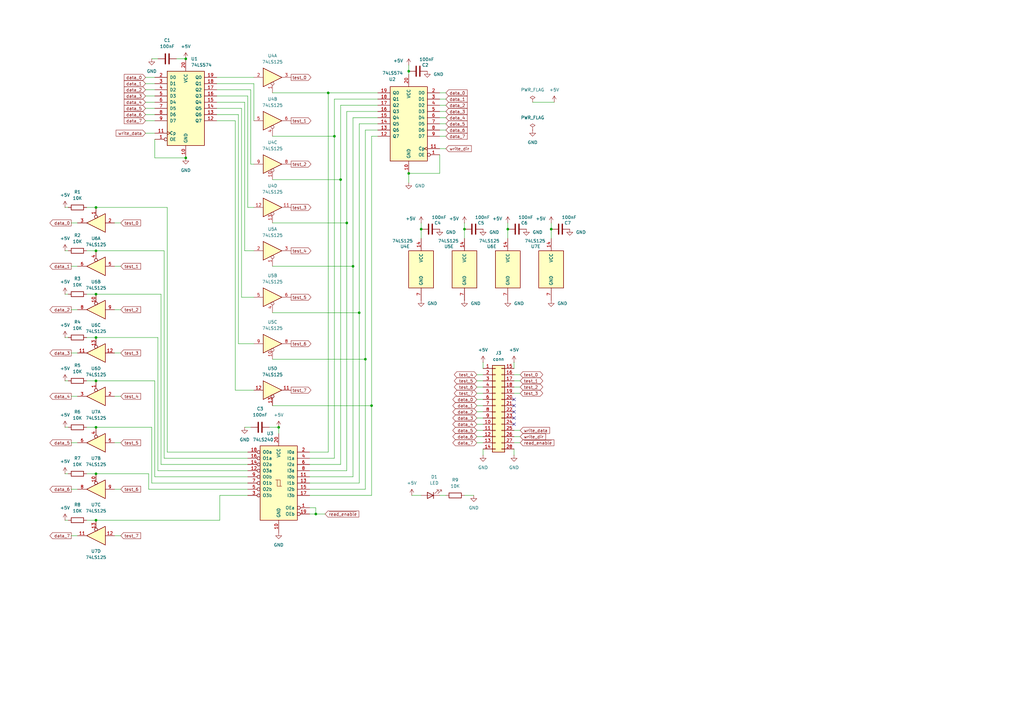
<source format=kicad_sch>
(kicad_sch (version 20250114) (generator "eeschema") (generator_version "9.0")
  (paper "A3")
  (lib_symbols
    (symbol "+5V_3" (power) (pin_numbers (hide yes)) (pin_names (offset 0) (hide yes))
      (property "Value" "+5V" (at 0 3.556 0))
      (symbol "+5V_3_1_1"
        (pin power_in line (at 0 0 90) (length 0) (name "~") (number "1"))
      )
    )
    (symbol "74xx:74LS125" (pin_names (offset 1.016))
      (property "Reference" "U" (at 0 1.27 0))
      (property "Value" "74LS125" (at 0 -1.27 0))
      (symbol "74LS125_1_0"
        (pin input line (at -7.62 0 0) (length 3.81) (name "~") (number "2"))
        (pin input inverted (at 0 -6.35 90) (length 4.445) (name "~") (number "1"))
        (pin tri_state line (at 7.62 0 180) (length 3.81) (name "~") (number "3"))
      )
      (symbol "74LS125_2_0"
        (pin input line (at -7.62 0 0) (length 3.81) (name "~") (number "5"))
        (pin input inverted (at 0 -6.35 90) (length 4.445) (name "~") (number "4"))
        (pin tri_state line (at 7.62 0 180) (length 3.81) (name "~") (number "6"))
      )
      (symbol "74LS125_3_0"
        (pin input line (at -7.62 0 0) (length 3.81) (name "~") (number "9"))
        (pin input inverted (at 0 -6.35 90) (length 4.445) (name "~") (number "10"))
        (pin tri_state line (at 7.62 0 180) (length 3.81) (name "~") (number "8"))
      )
      (symbol "74LS125_4_0"
        (pin input line (at -7.62 0 0) (length 3.81) (name "~") (number "12"))
        (pin input inverted (at 0 -6.35 90) (length 4.445) (name "~") (number "13"))
        (pin tri_state line (at 7.62 0 180) (length 3.81) (name "~") (number "11"))
      )
      (symbol "74LS125_5_0"
        (pin power_in line (at 0 12.7 270) (length 5.08) (name "VCC") (number "14"))
        (pin power_in line (at 0 -12.7 90) (length 5.08) (name "GND") (number "7"))
      )
    )
    (symbol "74xx:74LS240" (pin_names (offset 1.016))
      (property "Reference" "U" (at -7.62 16.51 0))
      (property "Value" "74LS240" (at -7.62 -16.51 0))
      (symbol "74LS240_1_0"
        (pin input line (at -12.7 12.7 0) (length 5.08) (name "I0a") (number "2"))
        (pin input line (at -12.7 10.16 0) (length 5.08) (name "I1a") (number "4"))
        (pin input line (at -12.7 7.62 0) (length 5.08) (name "I2a") (number "6"))
        (pin input line (at -12.7 5.08 0) (length 5.08) (name "I3a") (number "8"))
        (pin input line (at -12.7 2.54 0) (length 5.08) (name "I0b") (number "11"))
        (pin input line (at -12.7 0 0) (length 5.08) (name "I1b") (number "13"))
        (pin input line (at -12.7 -2.54 0) (length 5.08) (name "I2b") (number "15"))
        (pin input line (at -12.7 -5.08 0) (length 5.08) (name "I3b") (number "17"))
        (pin input inverted (at -12.7 -10.16 0) (length 5.08) (name "OEa") (number "1"))
        (pin input inverted (at -12.7 -12.7 0) (length 5.08) (name "OEb") (number "19"))
        (pin power_in line (at 0 20.32 270) (length 5.08) (name "VCC") (number "20"))
        (pin power_in line (at 0 -20.32 90) (length 5.08) (name "GND") (number "10"))
        (pin tri_state inverted (at 12.7 12.7 180) (length 5.08) (name "O0a") (number "18"))
        (pin tri_state inverted (at 12.7 10.16 180) (length 5.08) (name "O1a") (number "16"))
        (pin tri_state inverted (at 12.7 7.62 180) (length 5.08) (name "O2a") (number "14"))
        (pin tri_state inverted (at 12.7 5.08 180) (length 5.08) (name "O3a") (number "12"))
        (pin tri_state inverted (at 12.7 2.54 180) (length 5.08) (name "O0b") (number "9"))
        (pin tri_state inverted (at 12.7 0 180) (length 5.08) (name "O1b") (number "7"))
        (pin tri_state inverted (at 12.7 -2.54 180) (length 5.08) (name "O2b") (number "5"))
        (pin tri_state inverted (at 12.7 -5.08 180) (length 5.08) (name "O3b") (number "3"))
      )
    )
    (symbol "74xx:74LS574" (pin_names (offset 1.016))
      (property "Reference" "U" (at -7.62 16.51 0))
      (property "Value" "74LS574" (at -7.62 -16.51 0))
      (symbol "74LS574_1_0"
        (pin input line (at -12.7 12.7 0) (length 5.08) (name "D0") (number "2"))
        (pin input line (at -12.7 10.16 0) (length 5.08) (name "D1") (number "3"))
        (pin input line (at -12.7 7.62 0) (length 5.08) (name "D2") (number "4"))
        (pin input line (at -12.7 5.08 0) (length 5.08) (name "D3") (number "5"))
        (pin input line (at -12.7 2.54 0) (length 5.08) (name "D4") (number "6"))
        (pin input line (at -12.7 0 0) (length 5.08) (name "D5") (number "7"))
        (pin input line (at -12.7 -2.54 0) (length 5.08) (name "D6") (number "8"))
        (pin input line (at -12.7 -5.08 0) (length 5.08) (name "D7") (number "9"))
        (pin input clock (at -12.7 -10.16 0) (length 5.08) (name "Cp") (number "11"))
        (pin input inverted (at -12.7 -12.7 0) (length 5.08) (name "OE") (number "1"))
        (pin power_in line (at 0 20.32 270) (length 5.08) (name "VCC") (number "20"))
        (pin power_in line (at 0 -20.32 90) (length 5.08) (name "GND") (number "10"))
        (pin tri_state line (at 12.7 12.7 180) (length 5.08) (name "Q0") (number "19"))
        (pin tri_state line (at 12.7 10.16 180) (length 5.08) (name "Q1") (number "18"))
        (pin tri_state line (at 12.7 7.62 180) (length 5.08) (name "Q2") (number "17"))
        (pin tri_state line (at 12.7 5.08 180) (length 5.08) (name "Q3") (number "16"))
        (pin tri_state line (at 12.7 2.54 180) (length 5.08) (name "Q4") (number "15"))
        (pin tri_state line (at 12.7 0 180) (length 5.08) (name "Q5") (number "14"))
        (pin tri_state line (at 12.7 -2.54 180) (length 5.08) (name "Q6") (number "13"))
        (pin tri_state line (at 12.7 -5.08 180) (length 5.08) (name "Q7") (number "12"))
      )
    )
    (symbol "Connector_Generic:Conn_02x14_Top_Bottom" (pin_names (offset 1.016) (hide yes))
      (property "Reference" "J" (at 1.27 17.78 0))
      (property "Value" "Conn_02x14_Top_Bottom" (at 1.27 -20.32 0))
      (symbol "Conn_02x14_Top_Bottom_1_1"
        (pin passive line (at -5.08 15.24 0) (length 3.81) (name "Pin_1") (number "1"))
        (pin passive line (at -5.08 12.7 0) (length 3.81) (name "Pin_2") (number "2"))
        (pin passive line (at -5.08 10.16 0) (length 3.81) (name "Pin_3") (number "3"))
        (pin passive line (at -5.08 7.62 0) (length 3.81) (name "Pin_4") (number "4"))
        (pin passive line (at -5.08 5.08 0) (length 3.81) (name "Pin_5") (number "5"))
        (pin passive line (at -5.08 2.54 0) (length 3.81) (name "Pin_6") (number "6"))
        (pin passive line (at -5.08 0 0) (length 3.81) (name "Pin_7") (number "7"))
        (pin passive line (at -5.08 -2.54 0) (length 3.81) (name "Pin_8") (number "8"))
        (pin passive line (at -5.08 -5.08 0) (length 3.81) (name "Pin_9") (number "9"))
        (pin passive line (at -5.08 -7.62 0) (length 3.81) (name "Pin_10") (number "10"))
        (pin passive line (at -5.08 -10.16 0) (length 3.81) (name "Pin_11") (number "11"))
        (pin passive line (at -5.08 -12.7 0) (length 3.81) (name "Pin_12") (number "12"))
        (pin passive line (at -5.08 -15.24 0) (length 3.81) (name "Pin_13") (number "13"))
        (pin passive line (at -5.08 -17.78 0) (length 3.81) (name "Pin_14") (number "14"))
        (pin passive line (at 7.62 15.24 180) (length 3.81) (name "Pin_15") (number "15"))
        (pin passive line (at 7.62 12.7 180) (length 3.81) (name "Pin_16") (number "16"))
        (pin passive line (at 7.62 10.16 180) (length 3.81) (name "Pin_17") (number "17"))
        (pin passive line (at 7.62 7.62 180) (length 3.81) (name "Pin_18") (number "18"))
        (pin passive line (at 7.62 5.08 180) (length 3.81) (name "Pin_19") (number "19"))
        (pin passive line (at 7.62 2.54 180) (length 3.81) (name "Pin_20") (number "20"))
        (pin passive line (at 7.62 0 180) (length 3.81) (name "Pin_21") (number "21"))
        (pin passive line (at 7.62 -2.54 180) (length 3.81) (name "Pin_22") (number "22"))
        (pin passive line (at 7.62 -5.08 180) (length 3.81) (name "Pin_23") (number "23"))
        (pin passive line (at 7.62 -7.62 180) (length 3.81) (name "Pin_24") (number "24"))
        (pin passive line (at 7.62 -10.16 180) (length 3.81) (name "Pin_25") (number "25"))
        (pin passive line (at 7.62 -12.7 180) (length 3.81) (name "Pin_26") (number "26"))
        (pin passive line (at 7.62 -15.24 180) (length 3.81) (name "Pin_27") (number "27"))
        (pin passive line (at 7.62 -17.78 180) (length 3.81) (name "Pin_28") (number "28"))
      )
    )
    (symbol "Device:C" (pin_numbers (hide yes)) (pin_names (offset 0.254))
      (property "Reference" "C" (at 0.635 2.54 0))
      (property "Value" "C" (at 0.635 -2.54 0))
      (symbol "C_1_1"
        (pin passive line (at 0 3.81 270) (length 2.794) (name "~") (number "1"))
        (pin passive line (at 0 -3.81 90) (length 2.794) (name "~") (number "2"))
      )
    )
    (symbol "Device:LED" (pin_numbers (hide yes)) (pin_names (offset 1.016) (hide yes))
      (property "Reference" "D" (at 0 2.54 0))
      (property "Value" "LED" (at 0 -2.54 0))
      (symbol "LED_1_1"
        (pin passive line (at -3.81 0 0) (length 2.54) (name "K") (number "1"))
        (pin passive line (at 3.81 0 180) (length 2.54) (name "A") (number "2"))
      )
    )
    (symbol "Device:R" (pin_numbers (hide yes)) (pin_names (offset 0))
      (property "Reference" "R" (at 2.032 0 90))
      (property "Value" "R" (at 0 0 90))
      (symbol "R_1_1"
        (pin passive line (at 0 3.81 270) (length 1.27) (name "~") (number "1"))
        (pin passive line (at 0 -3.81 90) (length 1.27) (name "~") (number "2"))
      )
    )
    (symbol "GND_1" (power) (pin_numbers (hide yes)) (pin_names (offset 0) (hide yes))
      (property "Value" "GND" (at 0 -3.81 0))
      (symbol "GND_1_1_1"
        (pin power_in line (at 0 0 270) (length 0) (name "~") (number "1"))
      )
    )
    (symbol "GND_2" (power) (pin_numbers (hide yes)) (pin_names (offset 0) (hide yes))
      (property "Value" "GND" (at 0 -3.81 0))
      (symbol "GND_2_1_1"
        (pin power_in line (at 0 0 270) (length 0) (name "~") (number "1"))
      )
    )
    (symbol "power:PWR_FLAG" (power) (pin_numbers (hide yes)) (pin_names (offset 0) (hide yes))
      (property "Value" "PWR_FLAG" (at 0 3.81 0))
      (symbol "PWR_FLAG_0_0"
        (pin power_out line (at 0 0 90) (length 0) (name "~") (number "1"))
      )
    )
  )
  (junction (at 167.64 71.12))
  (junction (at 114.3 175.26))
  (junction (at 39.37 138.43))
  (junction (at 139.7 73.66))
  (junction (at 39.37 85.09))
  (junction (at 76.2 24.13))
  (junction (at 144.78 109.22))
  (junction (at 172.72 93.98))
  (junction (at 134.62 38.1))
  (junction (at 226.06 93.98))
  (junction (at 39.37 194.31))
  (junction (at 39.37 156.21))
  (junction (at 39.37 102.87))
  (junction (at 152.4 166.37))
  (junction (at 142.24 91.44))
  (junction (at 39.37 213.36))
  (junction (at 208.28 93.98))
  (junction (at 149.86 147.32))
  (junction (at 190.5 93.98))
  (junction (at 147.32 128.27))
  (junction (at 39.37 175.26))
  (junction (at 129.54 210.82))
  (junction (at 137.16 55.88))
  (junction (at 39.37 120.65))
  (junction (at 76.2 64.77))
  (junction (at 167.64 29.21))
  (no_connect (at 210.82 163.83))
  (no_connect (at 210.82 168.91))
  (no_connect (at 210.82 173.99))
  (no_connect (at 210.82 171.45))
  (no_connect (at 210.82 166.37))
  (wire (pts (xy 59.69 49.53) (xy 63.5 49.53)))
  (wire (pts (xy 210.82 186.69) (xy 210.82 184.15)))
  (wire (pts (xy 101.6 85.09) (xy 101.6 39.37)))
  (wire (pts (xy 127 195.58) (xy 144.78 195.58)))
  (wire (pts (xy 147.32 128.27) (xy 147.32 198.12)))
  (wire (pts (xy 195.58 161.29) (xy 198.12 161.29)))
  (wire (pts (xy 88.9 31.75) (xy 104.14 31.75)))
  (wire (pts (xy 142.24 91.44) (xy 142.24 193.04)))
  (wire (pts (xy 104.14 121.92) (xy 99.06 121.92)))
  (wire (pts (xy 49.53 144.78) (xy 46.99 144.78)))
  (wire (pts (xy 49.53 109.22) (xy 46.99 109.22)))
  (wire (pts (xy 210.82 148.59) (xy 210.82 151.13)))
  (wire (pts (xy 39.37 156.21) (xy 63.5 156.21)))
  (wire (pts (xy 144.78 109.22) (xy 111.76 109.22)))
  (wire (pts (xy 59.69 41.91) (xy 63.5 41.91)))
  (wire (pts (xy 63.5 64.77) (xy 76.2 64.77)))
  (wire (pts (xy 213.36 158.75) (xy 210.82 158.75)))
  (wire (pts (xy 152.4 55.88) (xy 152.4 166.37)))
  (wire (pts (xy 149.86 53.34) (xy 149.86 147.32)))
  (wire (pts (xy 26.67 120.65) (xy 27.94 120.65)))
  (wire (pts (xy 29.21 219.71) (xy 31.75 219.71)))
  (wire (pts (xy 35.56 213.36) (xy 39.37 213.36)))
  (wire (pts (xy 111.76 73.66) (xy 139.7 73.66)))
  (wire (pts (xy 154.94 48.26) (xy 144.78 48.26)))
  (wire (pts (xy 60.96 200.66) (xy 60.96 194.31)))
  (wire (pts (xy 101.6 185.42) (xy 68.58 185.42)))
  (wire (pts (xy 195.58 181.61) (xy 198.12 181.61)))
  (wire (pts (xy 59.69 44.45) (xy 63.5 44.45)))
  (wire (pts (xy 213.36 161.29) (xy 210.82 161.29)))
  (wire (pts (xy 90.17 203.2) (xy 101.6 203.2)))
  (wire (pts (xy 35.56 138.43) (xy 39.37 138.43)))
  (wire (pts (xy 195.58 171.45) (xy 198.12 171.45)))
  (wire (pts (xy 97.79 46.99) (xy 88.9 46.99)))
  (wire (pts (xy 180.34 71.12) (xy 167.64 71.12)))
  (wire (pts (xy 139.7 73.66) (xy 139.7 190.5)))
  (wire (pts (xy 35.56 85.09) (xy 39.37 85.09)))
  (wire (pts (xy 182.88 43.18) (xy 180.34 43.18)))
  (wire (pts (xy 180.34 203.2) (xy 182.88 203.2)))
  (wire (pts (xy 111.76 147.32) (xy 149.86 147.32)))
  (wire (pts (xy 195.58 158.75) (xy 198.12 158.75)))
  (wire (pts (xy 182.88 50.8) (xy 180.34 50.8)))
  (wire (pts (xy 63.5 57.15) (xy 63.5 64.77)))
  (wire (pts (xy 114.3 175.26) (xy 114.3 177.8)))
  (wire (pts (xy 182.88 53.34) (xy 180.34 53.34)))
  (wire (pts (xy 90.17 213.36) (xy 90.17 203.2)))
  (wire (pts (xy 59.69 39.37) (xy 63.5 39.37)))
  (wire (pts (xy 213.36 176.53) (xy 210.82 176.53)))
  (wire (pts (xy 101.6 187.96) (xy 67.31 187.96)))
  (wire (pts (xy 142.24 45.72) (xy 142.24 91.44)))
  (wire (pts (xy 29.21 109.22) (xy 31.75 109.22)))
  (wire (pts (xy 127 190.5) (xy 139.7 190.5)))
  (wire (pts (xy 147.32 50.8) (xy 147.32 128.27)))
  (wire (pts (xy 104.14 140.97) (xy 97.79 140.97)))
  (wire (pts (xy 29.21 144.78) (xy 31.75 144.78)))
  (wire (pts (xy 127 198.12) (xy 147.32 198.12)))
  (wire (pts (xy 99.06 44.45) (xy 88.9 44.45)))
  (wire (pts (xy 127 210.82) (xy 129.54 210.82)))
  (wire (pts (xy 39.37 102.87) (xy 67.31 102.87)))
  (wire (pts (xy 96.52 160.02) (xy 96.52 49.53)))
  (wire (pts (xy 208.28 91.44) (xy 208.28 93.98)))
  (wire (pts (xy 134.62 38.1) (xy 154.94 38.1)))
  (wire (pts (xy 172.72 93.98) (xy 172.72 97.79)))
  (wire (pts (xy 49.53 181.61) (xy 46.99 181.61)))
  (wire (pts (xy 62.23 175.26) (xy 62.23 198.12)))
  (wire (pts (xy 129.54 208.28) (xy 129.54 210.82)))
  (wire (pts (xy 182.88 38.1) (xy 180.34 38.1)))
  (wire (pts (xy 72.39 24.13) (xy 76.2 24.13)))
  (wire (pts (xy 26.67 138.43) (xy 27.94 138.43)))
  (wire (pts (xy 110.49 175.26) (xy 114.3 175.26)))
  (wire (pts (xy 190.5 203.2) (xy 194.31 203.2)))
  (wire (pts (xy 152.4 166.37) (xy 152.4 203.2)))
  (wire (pts (xy 208.28 93.98) (xy 208.28 97.79)))
  (wire (pts (xy 213.36 179.07) (xy 210.82 179.07)))
  (wire (pts (xy 26.67 194.31) (xy 27.94 194.31)))
  (wire (pts (xy 198.12 184.15) (xy 198.12 186.69)))
  (wire (pts (xy 104.14 102.87) (xy 100.33 102.87)))
  (wire (pts (xy 154.94 45.72) (xy 142.24 45.72)))
  (wire (pts (xy 152.4 166.37) (xy 111.76 166.37)))
  (wire (pts (xy 62.23 24.13) (xy 64.77 24.13)))
  (wire (pts (xy 35.56 194.31) (xy 39.37 194.31)))
  (wire (pts (xy 195.58 176.53) (xy 198.12 176.53)))
  (wire (pts (xy 101.6 190.5) (xy 66.04 190.5)))
  (wire (pts (xy 104.14 49.53) (xy 104.14 34.29)))
  (wire (pts (xy 213.36 156.21) (xy 210.82 156.21)))
  (wire (pts (xy 218.44 41.91) (xy 227.33 41.91)))
  (wire (pts (xy 182.88 45.72) (xy 180.34 45.72)))
  (wire (pts (xy 195.58 166.37) (xy 198.12 166.37)))
  (wire (pts (xy 62.23 198.12) (xy 101.6 198.12)))
  (wire (pts (xy 100.33 175.26) (xy 102.87 175.26)))
  (wire (pts (xy 100.33 41.91) (xy 88.9 41.91)))
  (wire (pts (xy 35.56 175.26) (xy 39.37 175.26)))
  (wire (pts (xy 35.56 120.65) (xy 39.37 120.65)))
  (wire (pts (xy 29.21 127) (xy 31.75 127)))
  (wire (pts (xy 182.88 40.64) (xy 180.34 40.64)))
  (wire (pts (xy 67.31 187.96) (xy 67.31 102.87)))
  (wire (pts (xy 172.72 91.44) (xy 172.72 93.98)))
  (wire (pts (xy 195.58 153.67) (xy 198.12 153.67)))
  (wire (pts (xy 96.52 49.53) (xy 88.9 49.53)))
  (wire (pts (xy 101.6 195.58) (xy 63.5 195.58)))
  (wire (pts (xy 111.76 128.27) (xy 147.32 128.27)))
  (wire (pts (xy 144.78 109.22) (xy 144.78 195.58)))
  (wire (pts (xy 182.88 60.96) (xy 180.34 60.96)))
  (wire (pts (xy 127 208.28) (xy 129.54 208.28)))
  (wire (pts (xy 102.87 67.31) (xy 102.87 36.83)))
  (wire (pts (xy 226.06 91.44) (xy 226.06 93.98)))
  (wire (pts (xy 101.6 193.04) (xy 64.77 193.04)))
  (wire (pts (xy 39.37 85.09) (xy 68.58 85.09)))
  (wire (pts (xy 195.58 179.07) (xy 198.12 179.07)))
  (wire (pts (xy 168.91 203.2) (xy 172.72 203.2)))
  (wire (pts (xy 26.67 102.87) (xy 27.94 102.87)))
  (wire (pts (xy 49.53 219.71) (xy 46.99 219.71)))
  (wire (pts (xy 154.94 50.8) (xy 147.32 50.8)))
  (wire (pts (xy 49.53 127) (xy 46.99 127)))
  (wire (pts (xy 59.69 34.29) (xy 63.5 34.29)))
  (wire (pts (xy 195.58 163.83) (xy 198.12 163.83)))
  (wire (pts (xy 180.34 63.5) (xy 180.34 71.12)))
  (wire (pts (xy 26.67 85.09) (xy 27.94 85.09)))
  (wire (pts (xy 60.96 194.31) (xy 39.37 194.31)))
  (wire (pts (xy 26.67 175.26) (xy 27.94 175.26)))
  (wire (pts (xy 97.79 140.97) (xy 97.79 46.99)))
  (wire (pts (xy 111.76 91.44) (xy 142.24 91.44)))
  (wire (pts (xy 190.5 93.98) (xy 190.5 97.79)))
  (wire (pts (xy 66.04 190.5) (xy 66.04 120.65)))
  (wire (pts (xy 226.06 93.98) (xy 226.06 97.79)))
  (wire (pts (xy 49.53 91.44) (xy 46.99 91.44)))
  (wire (pts (xy 195.58 173.99) (xy 198.12 173.99)))
  (wire (pts (xy 101.6 200.66) (xy 60.96 200.66)))
  (wire (pts (xy 88.9 34.29) (xy 104.14 34.29)))
  (wire (pts (xy 29.21 91.44) (xy 31.75 91.44)))
  (wire (pts (xy 127 187.96) (xy 137.16 187.96)))
  (wire (pts (xy 39.37 213.36) (xy 90.17 213.36)))
  (wire (pts (xy 39.37 120.65) (xy 66.04 120.65)))
  (wire (pts (xy 149.86 147.32) (xy 149.86 200.66)))
  (wire (pts (xy 182.88 48.26) (xy 180.34 48.26)))
  (wire (pts (xy 137.16 55.88) (xy 137.16 187.96)))
  (wire (pts (xy 104.14 67.31) (xy 102.87 67.31)))
  (wire (pts (xy 59.69 54.61) (xy 63.5 54.61)))
  (wire (pts (xy 59.69 36.83) (xy 63.5 36.83)))
  (wire (pts (xy 26.67 213.36) (xy 27.94 213.36)))
  (wire (pts (xy 154.94 43.18) (xy 139.7 43.18)))
  (wire (pts (xy 35.56 156.21) (xy 39.37 156.21)))
  (wire (pts (xy 104.14 85.09) (xy 101.6 85.09)))
  (wire (pts (xy 167.64 29.21) (xy 167.64 30.48)))
  (wire (pts (xy 39.37 175.26) (xy 62.23 175.26)))
  (wire (pts (xy 127 193.04) (xy 142.24 193.04)))
  (wire (pts (xy 198.12 148.59) (xy 198.12 151.13)))
  (wire (pts (xy 127 200.66) (xy 149.86 200.66)))
  (wire (pts (xy 39.37 138.43) (xy 64.77 138.43)))
  (wire (pts (xy 59.69 46.99) (xy 63.5 46.99)))
  (wire (pts (xy 213.36 181.61) (xy 210.82 181.61)))
  (wire (pts (xy 26.67 156.21) (xy 27.94 156.21)))
  (wire (pts (xy 49.53 162.56) (xy 46.99 162.56)))
  (wire (pts (xy 195.58 156.21) (xy 198.12 156.21)))
  (wire (pts (xy 99.06 121.92) (xy 99.06 44.45)))
  (wire (pts (xy 134.62 38.1) (xy 134.62 185.42)))
  (wire (pts (xy 167.64 26.67) (xy 167.64 29.21)))
  (wire (pts (xy 64.77 193.04) (xy 64.77 138.43)))
  (wire (pts (xy 101.6 39.37) (xy 88.9 39.37)))
  (wire (pts (xy 104.14 160.02) (xy 96.52 160.02)))
  (wire (pts (xy 154.94 55.88) (xy 152.4 55.88)))
  (wire (pts (xy 195.58 168.91) (xy 198.12 168.91)))
  (wire (pts (xy 127 185.42) (xy 134.62 185.42)))
  (wire (pts (xy 133.35 210.82) (xy 129.54 210.82)))
  (wire (pts (xy 134.62 38.1) (xy 111.76 38.1)))
  (wire (pts (xy 35.56 102.87) (xy 39.37 102.87)))
  (wire (pts (xy 127 203.2) (xy 152.4 203.2)))
  (wire (pts (xy 154.94 53.34) (xy 149.86 53.34)))
  (wire (pts (xy 190.5 91.44) (xy 190.5 93.98)))
  (wire (pts (xy 100.33 102.87) (xy 100.33 41.91)))
  (wire (pts (xy 49.53 200.66) (xy 46.99 200.66)))
  (wire (pts (xy 167.64 74.93) (xy 167.64 71.12)))
  (wire (pts (xy 111.76 55.88) (xy 137.16 55.88)))
  (wire (pts (xy 154.94 40.64) (xy 137.16 40.64)))
  (wire (pts (xy 137.16 40.64) (xy 137.16 55.88)))
  (wire (pts (xy 213.36 153.67) (xy 210.82 153.67)))
  (wire (pts (xy 139.7 43.18) (xy 139.7 73.66)))
  (wire (pts (xy 182.88 55.88) (xy 180.34 55.88)))
  (wire (pts (xy 29.21 200.66) (xy 31.75 200.66)))
  (wire (pts (xy 144.78 48.26) (xy 144.78 109.22)))
  (wire (pts (xy 29.21 181.61) (xy 31.75 181.61)))
  (wire (pts (xy 88.9 36.83) (xy 102.87 36.83)))
  (wire (pts (xy 63.5 195.58) (xy 63.5 156.21)))
  (wire (pts (xy 68.58 85.09) (xy 68.58 185.42)))
  (wire (pts (xy 29.21 162.56) (xy 31.75 162.56)))
  (wire (pts (xy 59.69 31.75) (xy 63.5 31.75)))
  (global_label "test_0" (shape output) (at 119.38 31.75 0) (property "Intersheetrefs" "${INTERSHEET_REFS}" (effects (hide yes))))
  (global_label "data_3" (shape bidirectional) (at 195.58 171.45 180) (property "Intersheetrefs" "${INTERSHEET_REFS}" (effects (hide yes))))
  (global_label "data_5" (shape output) (at 29.21 181.61 180) (property "Intersheetrefs" "${INTERSHEET_REFS}" (effects (hide yes))))
  (global_label "test_4" (shape bidirectional) (at 195.58 153.67 180) (property "Intersheetrefs" "${INTERSHEET_REFS}" (effects (hide yes))))
  (global_label "test_2" (shape input) (at 49.53 127 0) (property "Intersheetrefs" "${INTERSHEET_REFS}" (effects (hide yes))))
  (global_label "test_0" (shape input) (at 49.53 91.44 0) (property "Intersheetrefs" "${INTERSHEET_REFS}" (effects (hide yes))))
  (global_label "data_2" (shape input) (at 59.69 36.83 180) (property "Intersheetrefs" "${INTERSHEET_REFS}" (effects (hide yes))))
  (global_label "data_0" (shape bidirectional) (at 195.58 163.83 180) (property "Intersheetrefs" "${INTERSHEET_REFS}" (effects (hide yes))))
  (global_label "data_5" (shape input) (at 182.88 50.8 0) (property "Intersheetrefs" "${INTERSHEET_REFS}" (effects (hide yes))))
  (global_label "data_7" (shape bidirectional) (at 195.58 181.61 180) (property "Intersheetrefs" "${INTERSHEET_REFS}" (effects (hide yes))))
  (global_label "write_dir" (shape input) (at 213.36 179.07 0) (property "Intersheetrefs" "${INTERSHEET_REFS}" (effects (hide yes))))
  (global_label "test_6" (shape bidirectional) (at 195.58 158.75 180) (property "Intersheetrefs" "${INTERSHEET_REFS}" (effects (hide yes))))
  (global_label "test_0" (shape bidirectional) (at 213.36 153.67 0) (property "Intersheetrefs" "${INTERSHEET_REFS}" (effects (hide yes))))
  (global_label "data_4" (shape output) (at 29.21 162.56 180) (property "Intersheetrefs" "${INTERSHEET_REFS}" (effects (hide yes))))
  (global_label "test_7" (shape input) (at 49.53 219.71 0) (property "Intersheetrefs" "${INTERSHEET_REFS}" (effects (hide yes))))
  (global_label "test_7" (shape bidirectional) (at 195.58 161.29 180) (property "Intersheetrefs" "${INTERSHEET_REFS}" (effects (hide yes))))
  (global_label "data_0" (shape output) (at 29.21 91.44 180) (property "Intersheetrefs" "${INTERSHEET_REFS}" (effects (hide yes))))
  (global_label "~{read_enable}" (shape input) (at 213.36 181.61 0) (property "Intersheetrefs" "${INTERSHEET_REFS}" (effects (hide yes))))
  (global_label "data_6" (shape input) (at 59.69 46.99 180) (property "Intersheetrefs" "${INTERSHEET_REFS}" (effects (hide yes))))
  (global_label "data_6" (shape bidirectional) (at 195.58 179.07 180) (property "Intersheetrefs" "${INTERSHEET_REFS}" (effects (hide yes))))
  (global_label "test_5" (shape bidirectional) (at 195.58 156.21 180) (property "Intersheetrefs" "${INTERSHEET_REFS}" (effects (hide yes))))
  (global_label "data_2" (shape output) (at 29.21 127 180) (property "Intersheetrefs" "${INTERSHEET_REFS}" (effects (hide yes))))
  (global_label "data_6" (shape input) (at 182.88 53.34 0) (property "Intersheetrefs" "${INTERSHEET_REFS}" (effects (hide yes))))
  (global_label "data_4" (shape input) (at 182.88 48.26 0) (property "Intersheetrefs" "${INTERSHEET_REFS}" (effects (hide yes))))
  (global_label "data_5" (shape bidirectional) (at 195.58 176.53 180) (property "Intersheetrefs" "${INTERSHEET_REFS}" (effects (hide yes))))
  (global_label "data_7" (shape input) (at 59.69 49.53 180) (property "Intersheetrefs" "${INTERSHEET_REFS}" (effects (hide yes))))
  (global_label "data_5" (shape input) (at 59.69 44.45 180) (property "Intersheetrefs" "${INTERSHEET_REFS}" (effects (hide yes))))
  (global_label "data_7" (shape input) (at 182.88 55.88 0) (property "Intersheetrefs" "${INTERSHEET_REFS}" (effects (hide yes))))
  (global_label "data_1" (shape input) (at 182.88 40.64 0) (property "Intersheetrefs" "${INTERSHEET_REFS}" (effects (hide yes))))
  (global_label "test_7" (shape output) (at 119.38 160.02 0) (property "Intersheetrefs" "${INTERSHEET_REFS}" (effects (hide yes))))
  (global_label "test_1" (shape output) (at 119.38 49.53 0) (property "Intersheetrefs" "${INTERSHEET_REFS}" (effects (hide yes))))
  (global_label "test_6" (shape input) (at 49.53 200.66 0) (property "Intersheetrefs" "${INTERSHEET_REFS}" (effects (hide yes))))
  (global_label "test_1" (shape input) (at 49.53 109.22 0) (property "Intersheetrefs" "${INTERSHEET_REFS}" (effects (hide yes))))
  (global_label "test_5" (shape input) (at 49.53 181.61 0) (property "Intersheetrefs" "${INTERSHEET_REFS}" (effects (hide yes))))
  (global_label "test_3" (shape input) (at 49.53 144.78 0) (property "Intersheetrefs" "${INTERSHEET_REFS}" (effects (hide yes))))
  (global_label "test_6" (shape output) (at 119.38 140.97 0) (property "Intersheetrefs" "${INTERSHEET_REFS}" (effects (hide yes))))
  (global_label "data_0" (shape input) (at 59.69 31.75 180) (property "Intersheetrefs" "${INTERSHEET_REFS}" (effects (hide yes))))
  (global_label "data_1" (shape output) (at 29.21 109.22 180) (property "Intersheetrefs" "${INTERSHEET_REFS}" (effects (hide yes))))
  (global_label "data_1" (shape input) (at 59.69 34.29 180) (property "Intersheetrefs" "${INTERSHEET_REFS}" (effects (hide yes))))
  (global_label "data_7" (shape output) (at 29.21 219.71 180) (property "Intersheetrefs" "${INTERSHEET_REFS}" (effects (hide yes))))
  (global_label "data_4" (shape bidirectional) (at 195.58 173.99 180) (property "Intersheetrefs" "${INTERSHEET_REFS}" (effects (hide yes))))
  (global_label "test_2" (shape output) (at 119.38 67.31 0) (property "Intersheetrefs" "${INTERSHEET_REFS}" (effects (hide yes))))
  (global_label "test_4" (shape output) (at 119.38 102.87 0) (property "Intersheetrefs" "${INTERSHEET_REFS}" (effects (hide yes))))
  (global_label "test_4" (shape input) (at 49.53 162.56 0) (property "Intersheetrefs" "${INTERSHEET_REFS}" (effects (hide yes))))
  (global_label "test_2" (shape bidirectional) (at 213.36 158.75 0) (property "Intersheetrefs" "${INTERSHEET_REFS}" (effects (hide yes))))
  (global_label "test_3" (shape bidirectional) (at 213.36 161.29 0) (property "Intersheetrefs" "${INTERSHEET_REFS}" (effects (hide yes))))
  (global_label "test_1" (shape bidirectional) (at 213.36 156.21 0) (property "Intersheetrefs" "${INTERSHEET_REFS}" (effects (hide yes))))
  (global_label "write_data" (shape input) (at 59.69 54.61 180) (property "Intersheetrefs" "${INTERSHEET_REFS}" (effects (hide yes))))
  (global_label "write_data" (shape input) (at 213.36 176.53 0) (property "Intersheetrefs" "${INTERSHEET_REFS}" (effects (hide yes))))
  (global_label "data_1" (shape bidirectional) (at 195.58 166.37 180) (property "Intersheetrefs" "${INTERSHEET_REFS}" (effects (hide yes))))
  (global_label "write_dir" (shape input) (at 182.88 60.96 0) (property "Intersheetrefs" "${INTERSHEET_REFS}" (effects (hide yes))))
  (global_label "test_3" (shape output) (at 119.38 85.09 0) (property "Intersheetrefs" "${INTERSHEET_REFS}" (effects (hide yes))))
  (global_label "data_3" (shape input) (at 59.69 39.37 180) (property "Intersheetrefs" "${INTERSHEET_REFS}" (effects (hide yes))))
  (global_label "~{read_enable}" (shape input) (at 133.35 210.82 0) (property "Intersheetrefs" "${INTERSHEET_REFS}" (effects (hide yes))))
  (global_label "data_3" (shape output) (at 29.21 144.78 180) (property "Intersheetrefs" "${INTERSHEET_REFS}" (effects (hide yes))))
  (global_label "data_4" (shape input) (at 59.69 41.91 180) (property "Intersheetrefs" "${INTERSHEET_REFS}" (effects (hide yes))))
  (global_label "test_5" (shape output) (at 119.38 121.92 0) (property "Intersheetrefs" "${INTERSHEET_REFS}" (effects (hide yes))))
  (global_label "data_3" (shape input) (at 182.88 45.72 0) (property "Intersheetrefs" "${INTERSHEET_REFS}" (effects (hide yes))))
  (global_label "data_6" (shape output) (at 29.21 200.66 180) (property "Intersheetrefs" "${INTERSHEET_REFS}" (effects (hide yes))))
  (global_label "data_2" (shape bidirectional) (at 195.58 168.91 180) (property "Intersheetrefs" "${INTERSHEET_REFS}" (effects (hide yes))))
  (global_label "data_2" (shape input) (at 182.88 43.18 0) (property "Intersheetrefs" "${INTERSHEET_REFS}" (effects (hide yes))))
  (global_label "data_0" (shape input) (at 182.88 38.1 0) (property "Intersheetrefs" "${INTERSHEET_REFS}" (effects (hide yes))))
  (symbol (lib_name "GND_1") (lib_id "power:GND") (at 76.2 64.77 0) (unit 1)
    (property "Reference" "#PWR08" (effects (hide yes)))
    (property "Value" "GND" (at 76.2 69.85 0))
    (property "Description" "Power symbol creates a global label with name \"GND\" , ground" (effects (hide yes)))
  )
  (symbol (lib_id "74xx:74LS125") (at 111.76 67.31 0) (unit 3)
    (property "Reference" "U4" (at 111.76 58.42 0))
    (property "Value" "74LS125" (at 111.76 60.96 0))
    (property "Footprint" "Package_DIP:DIP-14_W7.62mm" (effects (hide yes)))
    (property "Datasheet" "http://www.ti.com/lit/gpn/sn74LS125" (effects (hide yes)))
    (property "Description" "Quad buffer 3-State outputs" (effects (hide yes)))
  )
  (symbol (lib_id "Device:R") (at 31.75 194.31 90) (unit 1)
    (property "Reference" "R7" (at 31.75 187.96 90))
    (property "Value" "10K" (at 31.75 190.5 90))
    (property "Footprint" "Resistor_THT:R_Axial_DIN0204_L3.6mm_D1.6mm_P7.62mm_Horizontal" (effects (hide yes)))
    (property "Description" "Resistor" (effects (hide yes)))
  )
  (symbol (lib_id "Device:R") (at 31.75 85.09 90) (unit 1)
    (property "Reference" "R1" (at 31.75 78.74 90))
    (property "Value" "10K" (at 31.75 81.28 90))
    (property "Footprint" "Resistor_THT:R_Axial_DIN0204_L3.6mm_D1.6mm_P7.62mm_Horizontal" (effects (hide yes)))
    (property "Description" "Resistor" (effects (hide yes)))
  )
  (symbol (lib_id "Device:R") (at 31.75 156.21 90) (unit 1)
    (property "Reference" "R5" (at 31.75 149.86 90))
    (property "Value" "10K" (at 31.75 152.4 90))
    (property "Footprint" "Resistor_THT:R_Axial_DIN0204_L3.6mm_D1.6mm_P7.62mm_Horizontal" (effects (hide yes)))
    (property "Description" "Resistor" (effects (hide yes)))
  )
  (symbol (lib_id "74xx:74LS125") (at 111.76 85.09 0) (unit 4)
    (property "Reference" "U4" (at 111.76 76.2 0))
    (property "Value" "74LS125" (at 111.76 78.74 0))
    (property "Footprint" "Package_DIP:DIP-14_W7.62mm" (effects (hide yes)))
    (property "Datasheet" "http://www.ti.com/lit/gpn/sn74LS125" (effects (hide yes)))
    (property "Description" "Quad buffer 3-State outputs" (effects (hide yes)))
  )
  (symbol (lib_name "+5V_3") (lib_id "power:+5V") (at 76.2 24.13 0) (unit 1)
    (property "Reference" "#PWR01" (effects (hide yes)))
    (property "Value" "+5V" (at 76.2 19.05 0))
    (property "Description" "Power symbol creates a global label with name \"+5V\"" (effects (hide yes)))
  )
  (symbol (lib_id "74xx:74LS574") (at 167.64 50.8 0) (mirror y) (unit 1)
    (property "Reference" "U2" (at 160.9246 32.512 0))
    (property "Value" "74LS574" (at 161.036 29.972 0))
    (property "Footprint" "Package_DIP:DIP-20_W7.62mm" (effects (hide yes)))
    (property "Datasheet" "http://www.ti.com/lit/gpn/sn74LS574" (effects (hide yes)))
    (property "Description" "8-bit Register, 3-state outputs" (effects (hide yes)))
  )
  (symbol (lib_id "74xx:74LS125") (at 111.76 31.75 0) (unit 1)
    (property "Reference" "U4" (at 111.76 22.86 0))
    (property "Value" "74LS125" (at 111.76 25.4 0))
    (property "Footprint" "Package_DIP:DIP-14_W7.62mm" (effects (hide yes)))
    (property "Datasheet" "http://www.ti.com/lit/gpn/sn74LS125" (effects (hide yes)))
    (property "Description" "Quad buffer 3-State outputs" (effects (hide yes)))
  )
  (symbol (lib_name "+5V_3") (lib_id "power:+5V") (at 26.67 85.09 0) (unit 1)
    (property "Reference" "#PWR0173" (effects (hide yes)))
    (property "Value" "+5V" (at 26.67 80.01 0))
    (property "Description" "Power symbol creates a global label with name \"+5V\"" (effects (hide yes)))
  )
  (symbol (lib_id "74xx:74LS125") (at 39.37 181.61 180) (unit 2)
    (property "Reference" "U7" (at 39.37 187.96 0))
    (property "Value" "74LS125" (at 39.37 190.5 0))
    (property "Footprint" "Package_DIP:DIP-14_W7.62mm" (effects (hide yes)))
    (property "Datasheet" "http://www.ti.com/lit/gpn/sn74LS125" (effects (hide yes)))
    (property "Description" "Quad buffer 3-State outputs" (effects (hide yes)))
  )
  (symbol (lib_name "GND_1") (lib_id "power:GND") (at 194.31 203.2 0) (unit 1)
    (property "Reference" "#PWR011" (effects (hide yes)))
    (property "Value" "GND" (at 194.31 208.28 0))
    (property "Description" "Power symbol creates a global label with name \"GND\" , ground" (effects (hide yes)))
  )
  (symbol (lib_name "+5V_3") (lib_id "power:+5V") (at 198.12 148.59 0) (unit 1)
    (property "Reference" "#PWR054" (effects (hide yes)))
    (property "Value" "+5V" (at 198.12 143.51 0))
    (property "Description" "Power symbol creates a global label with name \"+5V\"" (effects (hide yes)))
  )
  (symbol (lib_id "74xx:74LS125") (at 190.5 110.49 0) (unit 5)
    (property "Reference" "U5" (at 184.15 101.092 0))
    (property "Value" "74LS125" (at 183.896 98.806 0))
    (property "Footprint" "Package_DIP:DIP-14_W7.62mm" (effects (hide yes)))
    (property "Datasheet" "http://www.ti.com/lit/gpn/sn74LS125" (effects (hide yes)))
    (property "Description" "Quad buffer 3-State outputs" (effects (hide yes)))
  )
  (symbol (lib_id "Device:C") (at 171.45 29.21 270) (mirror x) (unit 1)
    (property "Reference" "C2" (at 175.768 26.67 90) (effects (justify right)))
    (property "Value" "100nF" (at 178.054 24.384 90) (effects (justify right)))
    (property "Footprint" "Capacitor_THT:C_Disc_D4.7mm_W2.5mm_P5.00mm" (effects (hide yes)))
    (property "Description" "Unpolarized capacitor" (effects (hide yes)))
  )
  (symbol (lib_name "+5V_3") (lib_id "power:+5V") (at 26.67 213.36 0) (unit 1)
    (property "Reference" "#PWR0131" (effects (hide yes)))
    (property "Value" "+5V" (at 26.67 208.28 0))
    (property "Description" "Power symbol creates a global label with name \"+5V\"" (effects (hide yes)))
  )
  (symbol (lib_id "74xx:74LS574") (at 76.2 44.45 0) (unit 1)
    (property "Reference" "U1" (at 78.3433 24.13 0) (effects (justify left)))
    (property "Value" "74LS574" (at 78.3433 26.67 0) (effects (justify left)))
    (property "Footprint" "Package_DIP:DIP-20_W7.62mm" (effects (hide yes)))
    (property "Datasheet" "http://www.ti.com/lit/gpn/sn74LS574" (effects (hide yes)))
    (property "Description" "8-bit Register, 3-state outputs" (effects (hide yes)))
  )
  (symbol (lib_id "74xx:74LS125") (at 39.37 200.66 180) (unit 3)
    (property "Reference" "U7" (at 39.37 207.01 0))
    (property "Value" "74LS125" (at 39.37 209.55 0))
    (property "Footprint" "Package_DIP:DIP-14_W7.62mm" (effects (hide yes)))
    (property "Datasheet" "http://www.ti.com/lit/gpn/sn74LS125" (effects (hide yes)))
    (property "Description" "Quad buffer 3-State outputs" (effects (hide yes)))
  )
  (symbol (lib_name "+5V_3") (lib_id "power:+5V") (at 26.67 102.87 0) (unit 1)
    (property "Reference" "#PWR0167" (effects (hide yes)))
    (property "Value" "+5V" (at 26.67 97.79 0))
    (property "Description" "Power symbol creates a global label with name \"+5V\"" (effects (hide yes)))
  )
  (symbol (lib_id "Device:R") (at 186.69 203.2 90) (unit 1)
    (property "Reference" "R9" (at 186.69 196.85 90))
    (property "Value" "10K" (at 186.69 199.39 90))
    (property "Footprint" "Resistor_THT:R_Axial_DIN0204_L3.6mm_D1.6mm_P7.62mm_Horizontal" (effects (hide yes)))
    (property "Description" "Resistor" (effects (hide yes)))
  )
  (symbol (lib_id "74xx:74LS125") (at 39.37 219.71 180) (unit 4)
    (property "Reference" "U7" (at 39.37 226.06 0))
    (property "Value" "74LS125" (at 39.37 228.6 0))
    (property "Footprint" "Package_DIP:DIP-14_W7.62mm" (effects (hide yes)))
    (property "Datasheet" "http://www.ti.com/lit/gpn/sn74LS125" (effects (hide yes)))
    (property "Description" "Quad buffer 3-State outputs" (effects (hide yes)))
  )
  (symbol (lib_name "+5V_3") (lib_id "power:+5V") (at 26.67 156.21 0) (unit 1)
    (property "Reference" "#PWR0149" (effects (hide yes)))
    (property "Value" "+5V" (at 26.67 151.13 0))
    (property "Description" "Power symbol creates a global label with name \"+5V\"" (effects (hide yes)))
  )
  (symbol (lib_id "74xx:74LS125") (at 172.72 110.49 0) (unit 5)
    (property "Reference" "U4" (at 166.116 101.092 0))
    (property "Value" "74LS125" (at 165.1 98.806 0))
    (property "Footprint" "Package_DIP:DIP-14_W7.62mm" (effects (hide yes)))
    (property "Datasheet" "http://www.ti.com/lit/gpn/sn74LS125" (effects (hide yes)))
    (property "Description" "Quad buffer 3-State outputs" (effects (hide yes)))
  )
  (symbol (lib_id "Device:R") (at 31.75 175.26 90) (unit 1)
    (property "Reference" "R6" (at 31.75 168.91 90))
    (property "Value" "10K" (at 31.75 171.45 90))
    (property "Footprint" "Resistor_THT:R_Axial_DIN0204_L3.6mm_D1.6mm_P7.62mm_Horizontal" (effects (hide yes)))
    (property "Description" "Resistor" (effects (hide yes)))
  )
  (symbol (lib_id "74xx:74LS125") (at 111.76 49.53 0) (unit 2)
    (property "Reference" "U4" (at 111.76 40.64 0))
    (property "Value" "74LS125" (at 111.76 43.18 0))
    (property "Footprint" "Package_DIP:DIP-14_W7.62mm" (effects (hide yes)))
    (property "Datasheet" "http://www.ti.com/lit/gpn/sn74LS125" (effects (hide yes)))
    (property "Description" "Quad buffer 3-State outputs" (effects (hide yes)))
  )
  (symbol (lib_id "Device:R") (at 31.75 138.43 90) (unit 1)
    (property "Reference" "R4" (at 31.75 132.08 90))
    (property "Value" "10K" (at 31.75 134.62 90))
    (property "Footprint" "Resistor_THT:R_Axial_DIN0204_L3.6mm_D1.6mm_P7.62mm_Horizontal" (effects (hide yes)))
    (property "Description" "Resistor" (effects (hide yes)))
  )
  (symbol (lib_id "74xx:74LS125") (at 111.76 121.92 0) (unit 2)
    (property "Reference" "U5" (at 111.76 113.03 0))
    (property "Value" "74LS125" (at 111.76 115.57 0))
    (property "Footprint" "Package_DIP:DIP-14_W7.62mm" (effects (hide yes)))
    (property "Datasheet" "http://www.ti.com/lit/gpn/sn74LS125" (effects (hide yes)))
    (property "Description" "Quad buffer 3-State outputs" (effects (hide yes)))
  )
  (symbol (lib_name "GND_1") (lib_id "power:GND") (at 198.12 186.69 0) (unit 1)
    (property "Reference" "#PWR053" (effects (hide yes)))
    (property "Value" "GND" (at 198.12 191.77 0))
    (property "Description" "Power symbol creates a global label with name \"GND\" , ground" (effects (hide yes)))
  )
  (symbol (lib_id "Connector_Generic:Conn_02x14_Top_Bottom") (at 203.2 166.37 0) (unit 1)
    (property "Reference" "J3" (at 204.47 144.78 0))
    (property "Value" "conn" (at 204.47 147.32 0))
    (property "Footprint" "edge_connector:edge-conector-14" (effects (hide yes)))
  )
  (symbol (lib_id "74xx:74LS125") (at 39.37 144.78 180) (unit 4)
    (property "Reference" "U6" (at 39.37 151.13 0))
    (property "Value" "74LS125" (at 39.37 153.67 0))
    (property "Footprint" "Package_DIP:DIP-14_W7.62mm" (effects (hide yes)))
    (property "Datasheet" "http://www.ti.com/lit/gpn/sn74LS125" (effects (hide yes)))
    (property "Description" "Quad buffer 3-State outputs" (effects (hide yes)))
  )
  (symbol (lib_name "+5V_3") (lib_id "power:+5V") (at 208.28 91.44 0) (mirror y) (unit 1)
    (property "Reference" "#PWR095" (effects (hide yes)))
    (property "Value" "+5V" (at 201.93 89.662 0) (effects (justify right)))
    (property "Description" "Power symbol creates a global label with name \"+5V\"" (effects (hide yes)))
  )
  (symbol (lib_name "+5V_3") (lib_id "power:+5V") (at 26.67 138.43 0) (unit 1)
    (property "Reference" "#PWR0155" (effects (hide yes)))
    (property "Value" "+5V" (at 26.67 133.35 0))
    (property "Description" "Power symbol creates a global label with name \"+5V\"" (effects (hide yes)))
  )
  (symbol (lib_name "+5V_3") (lib_id "power:+5V") (at 114.3 175.26 0) (unit 1)
    (property "Reference" "#PWR09" (effects (hide yes)))
    (property "Value" "+5V" (at 114.3 170.18 0))
    (property "Description" "Power symbol creates a global label with name \"+5V\"" (effects (hide yes)))
  )
  (symbol (lib_name "GND_1") (lib_id "power:GND") (at 175.26 29.21 0) (mirror y) (unit 1)
    (property "Reference" "#PWR022" (effects (hide yes)))
    (property "Value" "GND" (at 177.8 30.4799 0) (effects (justify right)))
    (property "Description" "Power symbol creates a global label with name \"GND\" , ground" (effects (hide yes)))
  )
  (symbol (lib_id "74xx:74LS125") (at 111.76 160.02 0) (unit 4)
    (property "Reference" "U5" (at 111.76 151.13 0))
    (property "Value" "74LS125" (at 111.76 153.67 0))
    (property "Footprint" "Package_DIP:DIP-14_W7.62mm" (effects (hide yes)))
    (property "Datasheet" "http://www.ti.com/lit/gpn/sn74LS125" (effects (hide yes)))
    (property "Description" "Quad buffer 3-State outputs" (effects (hide yes)))
  )
  (symbol (lib_name "+5V_3") (lib_id "power:+5V") (at 26.67 120.65 0) (unit 1)
    (property "Reference" "#PWR0161" (effects (hide yes)))
    (property "Value" "+5V" (at 26.67 115.57 0))
    (property "Description" "Power symbol creates a global label with name \"+5V\"" (effects (hide yes)))
  )
  (symbol (lib_id "Device:R") (at 31.75 213.36 90) (unit 1)
    (property "Reference" "R8" (at 31.75 207.01 90))
    (property "Value" "10K" (at 31.75 209.55 90))
    (property "Footprint" "Resistor_THT:R_Axial_DIN0204_L3.6mm_D1.6mm_P7.62mm_Horizontal" (effects (hide yes)))
    (property "Description" "Resistor" (effects (hide yes)))
  )
  (symbol (lib_id "74xx:74LS240") (at 114.3 198.12 0) (mirror y) (unit 1)
    (property "Reference" "U3" (at 112.1567 177.8 0) (effects (justify left)))
    (property "Value" "74LS240" (at 112.1567 180.34 0) (effects (justify left)))
    (property "Footprint" "Package_DIP:DIP-20_W7.62mm" (effects (hide yes)))
    (property "Datasheet" "http://www.ti.com/lit/ds/symlink/sn74ls240.pdf" (effects (hide yes)))
    (property "Description" "Octal Buffer and Line Driver With 3-State Output, active-low enables, inverting outputs" (effects (hide yes)))
  )
  (symbol (lib_id "Device:LED") (at 176.53 203.2 180) (unit 1)
    (property "Reference" "D1" (at 178.1175 195.58 0))
    (property "Value" "LED" (at 178.1175 198.12 0))
    (property "Footprint" "LED_THT:LED_D5.0mm" (effects (hide yes)))
    (property "Description" "Light emitting diode" (effects (hide yes)))
    (property "Sim.Pins" "1=K 2=A" (effects (hide yes)))
  )
  (symbol (lib_name "GND_1") (lib_id "power:GND") (at 62.23 24.13 0) (unit 1)
    (property "Reference" "#PWR02" (effects (hide yes)))
    (property "Value" "GND" (at 62.23 29.21 0))
    (property "Description" "Power symbol creates a global label with name \"GND\" , ground" (effects (hide yes)))
  )
  (symbol (lib_id "Device:C") (at 68.58 24.13 90) (unit 1)
    (property "Reference" "C1" (at 68.58 16.51 90))
    (property "Value" "100nF" (at 68.58 19.05 90))
    (property "Footprint" "Capacitor_THT:C_Disc_D4.7mm_W2.5mm_P5.00mm" (effects (hide yes)))
    (property "Description" "Unpolarized capacitor" (effects (hide yes)))
  )
  (symbol (lib_id "Device:C") (at 176.53 93.98 270) (mirror x) (unit 1)
    (property "Reference" "C4" (at 180.848 91.44 90) (effects (justify right)))
    (property "Value" "100nF" (at 183.134 89.154 90) (effects (justify right)))
    (property "Footprint" "Capacitor_THT:C_Disc_D4.7mm_W2.5mm_P5.00mm" (effects (hide yes)))
    (property "Description" "Unpolarized capacitor" (effects (hide yes)))
  )
  (symbol (lib_id "74xx:74LS125") (at 39.37 91.44 180) (unit 1)
    (property "Reference" "U6" (at 39.37 97.79 0))
    (property "Value" "74LS125" (at 39.37 100.33 0))
    (property "Footprint" "Package_DIP:DIP-14_W7.62mm" (effects (hide yes)))
    (property "Datasheet" "http://www.ti.com/lit/gpn/sn74LS125" (effects (hide yes)))
    (property "Description" "Quad buffer 3-State outputs" (effects (hide yes)))
  )
  (symbol (lib_name "GND_1") (lib_id "power:GND") (at 210.82 186.69 0) (unit 1)
    (property "Reference" "#PWR052" (effects (hide yes)))
    (property "Value" "GND" (at 210.82 191.77 0))
    (property "Description" "Power symbol creates a global label with name \"GND\" , ground" (effects (hide yes)))
  )
  (symbol (lib_name "+5V_3") (lib_id "power:+5V") (at 167.64 26.67 0) (mirror y) (unit 1)
    (property "Reference" "#PWR06" (effects (hide yes)))
    (property "Value" "+5V" (at 161.29 24.892 0) (effects (justify right)))
    (property "Description" "Power symbol creates a global label with name \"+5V\"" (effects (hide yes)))
  )
  (symbol (lib_name "GND_1") (lib_id "power:GND") (at 226.06 123.19 0) (mirror y) (unit 1)
    (property "Reference" "#PWR0125" (effects (hide yes)))
    (property "Value" "GND" (at 228.6 124.4599 0) (effects (justify right)))
    (property "Description" "Power symbol creates a global label with name \"GND\" , ground" (effects (hide yes)))
  )
  (symbol (lib_name "GND_1") (lib_id "power:GND") (at 172.72 123.19 0) (mirror y) (unit 1)
    (property "Reference" "#PWR0107" (effects (hide yes)))
    (property "Value" "GND" (at 175.26 124.4599 0) (effects (justify right)))
    (property "Description" "Power symbol creates a global label with name \"GND\" , ground" (effects (hide yes)))
  )
  (symbol (lib_name "+5V_3") (lib_id "power:+5V") (at 227.33 41.91 0) (unit 1)
    (property "Reference" "#PWR04" (effects (hide yes)))
    (property "Value" "+5V" (at 227.33 36.83 0))
    (property "Description" "Power symbol creates a global label with name \"+5V\"" (effects (hide yes)))
  )
  (symbol (lib_id "Device:C") (at 194.31 93.98 270) (mirror x) (unit 1)
    (property "Reference" "C5" (at 198.628 91.44 90) (effects (justify right)))
    (property "Value" "100nF" (at 200.914 89.154 90) (effects (justify right)))
    (property "Footprint" "Capacitor_THT:C_Disc_D4.7mm_W2.5mm_P5.00mm" (effects (hide yes)))
    (property "Description" "Unpolarized capacitor" (effects (hide yes)))
  )
  (symbol (lib_name "+5V_3") (lib_id "power:+5V") (at 190.5 91.44 0) (mirror y) (unit 1)
    (property "Reference" "#PWR089" (effects (hide yes)))
    (property "Value" "+5V" (at 184.15 89.662 0) (effects (justify right)))
    (property "Description" "Power symbol creates a global label with name \"+5V\"" (effects (hide yes)))
  )
  (symbol (lib_id "Device:R") (at 31.75 102.87 90) (unit 1)
    (property "Reference" "R2" (at 31.75 96.52 90))
    (property "Value" "10K" (at 31.75 99.06 90))
    (property "Footprint" "Resistor_THT:R_Axial_DIN0204_L3.6mm_D1.6mm_P7.62mm_Horizontal" (effects (hide yes)))
    (property "Description" "Resistor" (effects (hide yes)))
  )
  (symbol (lib_name "+5V_3") (lib_id "power:+5V") (at 26.67 175.26 0) (unit 1)
    (property "Reference" "#PWR0143" (effects (hide yes)))
    (property "Value" "+5V" (at 26.67 170.18 0))
    (property "Description" "Power symbol creates a global label with name \"+5V\"" (effects (hide yes)))
  )
  (symbol (lib_name "+5V_3") (lib_id "power:+5V") (at 168.91 203.2 0) (unit 1)
    (property "Reference" "#PWR03" (effects (hide yes)))
    (property "Value" "+5V" (at 168.91 198.12 0))
    (property "Description" "Power symbol creates a global label with name \"+5V\"" (effects (hide yes)))
  )
  (symbol (lib_id "74xx:74LS125") (at 39.37 127 180) (unit 3)
    (property "Reference" "U6" (at 39.37 133.35 0))
    (property "Value" "74LS125" (at 39.37 135.89 0))
    (property "Footprint" "Package_DIP:DIP-14_W7.62mm" (effects (hide yes)))
    (property "Datasheet" "http://www.ti.com/lit/gpn/sn74LS125" (effects (hide yes)))
    (property "Description" "Quad buffer 3-State outputs" (effects (hide yes)))
  )
  (symbol (lib_name "GND_1") (lib_id "power:GND") (at 233.68 93.98 0) (mirror y) (unit 1)
    (property "Reference" "#PWR077" (effects (hide yes)))
    (property "Value" "GND" (at 236.22 95.2499 0) (effects (justify right)))
    (property "Description" "Power symbol creates a global label with name \"GND\" , ground" (effects (hide yes)))
  )
  (symbol (lib_name "GND_1") (lib_id "power:GND") (at 100.33 175.26 0) (unit 1)
    (property "Reference" "#PWR07" (effects (hide yes)))
    (property "Value" "GND" (at 100.33 180.34 0))
    (property "Description" "Power symbol creates a global label with name \"GND\" , ground" (effects (hide yes)))
  )
  (symbol (lib_name "GND_1") (lib_id "power:GND") (at 114.3 218.44 0) (unit 1)
    (property "Reference" "#PWR010" (effects (hide yes)))
    (property "Value" "GND" (at 114.3 223.52 0))
    (property "Description" "Power symbol creates a global label with name \"GND\" , ground" (effects (hide yes)))
  )
  (symbol (lib_name "+5V_3") (lib_id "power:+5V") (at 210.82 148.59 0) (unit 1)
    (property "Reference" "#PWR055" (effects (hide yes)))
    (property "Value" "+5V" (at 210.82 143.51 0))
    (property "Description" "Power symbol creates a global label with name \"+5V\"" (effects (hide yes)))
  )
  (symbol (lib_name "+5V_3") (lib_id "power:+5V") (at 26.67 194.31 0) (unit 1)
    (property "Reference" "#PWR0137" (effects (hide yes)))
    (property "Value" "+5V" (at 26.67 189.23 0))
    (property "Description" "Power symbol creates a global label with name \"+5V\"" (effects (hide yes)))
  )
  (symbol (lib_id "74xx:74LS125") (at 39.37 162.56 180) (unit 1)
    (property "Reference" "U7" (at 39.37 168.91 0))
    (property "Value" "74LS125" (at 39.37 171.45 0))
    (property "Footprint" "Package_DIP:DIP-14_W7.62mm" (effects (hide yes)))
    (property "Datasheet" "http://www.ti.com/lit/gpn/sn74LS125" (effects (hide yes)))
    (property "Description" "Quad buffer 3-State outputs" (effects (hide yes)))
  )
  (symbol (lib_id "74xx:74LS125") (at 208.28 110.49 0) (unit 5)
    (property "Reference" "U6" (at 201.676 101.092 0))
    (property "Value" "74LS125" (at 200.66 98.806 0))
    (property "Footprint" "Package_DIP:DIP-14_W7.62mm" (effects (hide yes)))
    (property "Datasheet" "http://www.ti.com/lit/gpn/sn74LS125" (effects (hide yes)))
    (property "Description" "Quad buffer 3-State outputs" (effects (hide yes)))
  )
  (symbol (lib_name "GND_1") (lib_id "power:GND") (at 198.12 93.98 0) (mirror y) (unit 1)
    (property "Reference" "#PWR065" (effects (hide yes)))
    (property "Value" "GND" (at 200.66 95.2499 0) (effects (justify right)))
    (property "Description" "Power symbol creates a global label with name \"GND\" , ground" (effects (hide yes)))
  )
  (symbol (lib_id "power:PWR_FLAG") (at 218.44 41.91 0) (unit 1)
    (property "Reference" "#FLG01" (effects (hide yes)))
    (property "Value" "PWR_FLAG" (at 218.44 36.83 0))
    (property "Description" "Special symbol for telling ERC where power comes from" (effects (hide yes)))
  )
  (symbol (lib_name "GND_1") (lib_id "power:GND") (at 208.28 123.19 0) (mirror y) (unit 1)
    (property "Reference" "#PWR0119" (effects (hide yes)))
    (property "Value" "GND" (at 210.82 124.4599 0) (effects (justify right)))
    (property "Description" "Power symbol creates a global label with name \"GND\" , ground" (effects (hide yes)))
  )
  (symbol (lib_name "GND_2") (lib_id "power:GND") (at 218.44 53.34 0) (unit 1)
    (property "Reference" "#PWR05" (effects (hide yes)))
    (property "Value" "GND" (at 218.44 58.42 0))
    (property "Description" "Power symbol creates a global label with name \"GND\" , ground" (effects (hide yes)))
  )
  (symbol (lib_id "Device:R") (at 31.75 120.65 90) (unit 1)
    (property "Reference" "R3" (at 31.75 114.3 90))
    (property "Value" "10K" (at 31.75 116.84 90))
    (property "Footprint" "Resistor_THT:R_Axial_DIN0204_L3.6mm_D1.6mm_P7.62mm_Horizontal" (effects (hide yes)))
    (property "Description" "Resistor" (effects (hide yes)))
  )
  (symbol (lib_id "Device:C") (at 212.09 93.98 270) (mirror x) (unit 1)
    (property "Reference" "C6" (at 216.408 91.44 90) (effects (justify right)))
    (property "Value" "100nF" (at 218.694 89.154 90) (effects (justify right)))
    (property "Footprint" "Capacitor_THT:C_Disc_D4.7mm_W2.5mm_P5.00mm" (effects (hide yes)))
    (property "Description" "Unpolarized capacitor" (effects (hide yes)))
  )
  (symbol (lib_name "GND_1") (lib_id "power:GND") (at 190.5 123.19 0) (mirror y) (unit 1)
    (property "Reference" "#PWR0113" (effects (hide yes)))
    (property "Value" "GND" (at 193.04 124.4599 0) (effects (justify right)))
    (property "Description" "Power symbol creates a global label with name \"GND\" , ground" (effects (hide yes)))
  )
  (symbol (lib_id "74xx:74LS125") (at 226.06 110.49 0) (unit 5)
    (property "Reference" "U7" (at 219.71 101.092 0))
    (property "Value" "74LS125" (at 219.456 98.806 0))
    (property "Footprint" "Package_DIP:DIP-14_W7.62mm" (effects (hide yes)))
    (property "Datasheet" "http://www.ti.com/lit/gpn/sn74LS125" (effects (hide yes)))
    (property "Description" "Quad buffer 3-State outputs" (effects (hide yes)))
  )
  (symbol (lib_name "GND_1") (lib_id "power:GND") (at 180.34 93.98 0) (mirror y) (unit 1)
    (property "Reference" "#PWR059" (effects (hide yes)))
    (property "Value" "GND" (at 182.88 95.2499 0) (effects (justify right)))
    (property "Description" "Power symbol creates a global label with name \"GND\" , ground" (effects (hide yes)))
  )
  (symbol (lib_id "74xx:74LS125") (at 39.37 109.22 180) (unit 2)
    (property "Reference" "U6" (at 39.37 115.57 0))
    (property "Value" "74LS125" (at 39.37 118.11 0))
    (property "Footprint" "Package_DIP:DIP-14_W7.62mm" (effects (hide yes)))
    (property "Datasheet" "http://www.ti.com/lit/gpn/sn74LS125" (effects (hide yes)))
    (property "Description" "Quad buffer 3-State outputs" (effects (hide yes)))
  )
  (symbol (lib_id "74xx:74LS125") (at 111.76 102.87 0) (unit 1)
    (property "Reference" "U5" (at 111.76 93.98 0))
    (property "Value" "74LS125" (at 111.76 96.52 0))
    (property "Footprint" "Package_DIP:DIP-14_W7.62mm" (effects (hide yes)))
    (property "Datasheet" "http://www.ti.com/lit/gpn/sn74LS125" (effects (hide yes)))
    (property "Description" "Quad buffer 3-State outputs" (effects (hide yes)))
  )
  (symbol (lib_id "74xx:74LS125") (at 111.76 140.97 0) (unit 3)
    (property "Reference" "U5" (at 111.76 132.08 0))
    (property "Value" "74LS125" (at 111.76 134.62 0))
    (property "Footprint" "Package_DIP:DIP-14_W7.62mm" (effects (hide yes)))
    (property "Datasheet" "http://www.ti.com/lit/gpn/sn74LS125" (effects (hide yes)))
    (property "Description" "Quad buffer 3-State outputs" (effects (hide yes)))
  )
  (symbol (lib_id "Device:C") (at 229.87 93.98 270) (mirror x) (unit 1)
    (property "Reference" "C7" (at 234.188 91.44 90) (effects (justify right)))
    (property "Value" "100nF" (at 236.474 89.154 90) (effects (justify right)))
    (property "Footprint" "Capacitor_THT:C_Disc_D4.7mm_W2.5mm_P5.00mm" (effects (hide yes)))
    (property "Description" "Unpolarized capacitor" (effects (hide yes)))
  )
  (symbol (lib_id "Device:C") (at 106.68 175.26 90) (unit 1)
    (property "Reference" "C3" (at 106.68 167.64 90))
    (property "Value" "100nF" (at 106.68 170.18 90))
    (property "Footprint" "Capacitor_THT:C_Disc_D4.7mm_W2.5mm_P5.00mm" (effects (hide yes)))
    (property "Description" "Unpolarized capacitor" (effects (hide yes)))
  )
  (symbol (lib_name "GND_1") (lib_id "power:GND") (at 167.64 74.93 0) (mirror y) (unit 1)
    (property "Reference" "#PWR021" (effects (hide yes)))
    (property "Value" "GND" (at 170.18 76.1999 0) (effects (justify right)))
    (property "Description" "Power symbol creates a global label with name \"GND\" , ground" (effects (hide yes)))
  )
  (symbol (lib_name "GND_1") (lib_id "power:GND") (at 215.9 93.98 0) (mirror y) (unit 1)
    (property "Reference" "#PWR071" (effects (hide yes)))
    (property "Value" "GND" (at 218.44 95.2499 0) (effects (justify right)))
    (property "Description" "Power symbol creates a global label with name \"GND\" , ground" (effects (hide yes)))
  )
  (symbol (lib_name "+5V_3") (lib_id "power:+5V") (at 226.06 91.44 0) (mirror y) (unit 1)
    (property "Reference" "#PWR0101" (effects (hide yes)))
    (property "Value" "+5V" (at 219.71 89.662 0) (effects (justify right)))
    (property "Description" "Power symbol creates a global label with name \"+5V\"" (effects (hide yes)))
  )
  (symbol (lib_name "+5V_3") (lib_id "power:+5V") (at 172.72 91.44 0) (mirror y) (unit 1)
    (property "Reference" "#PWR083" (effects (hide yes)))
    (property "Value" "+5V" (at 166.37 89.662 0) (effects (justify right)))
    (property "Description" "Power symbol creates a global label with name \"+5V\"" (effects (hide yes)))
  )
  (symbol (lib_id "power:PWR_FLAG") (at 218.44 53.34 0) (unit 1)
    (property "Reference" "#FLG02" (effects (hide yes)))
    (property "Value" "PWR_FLAG" (at 218.44 48.26 0))
    (property "Description" "Special symbol for telling ERC where power comes from" (effects (hide yes)))
  )
)
</source>
